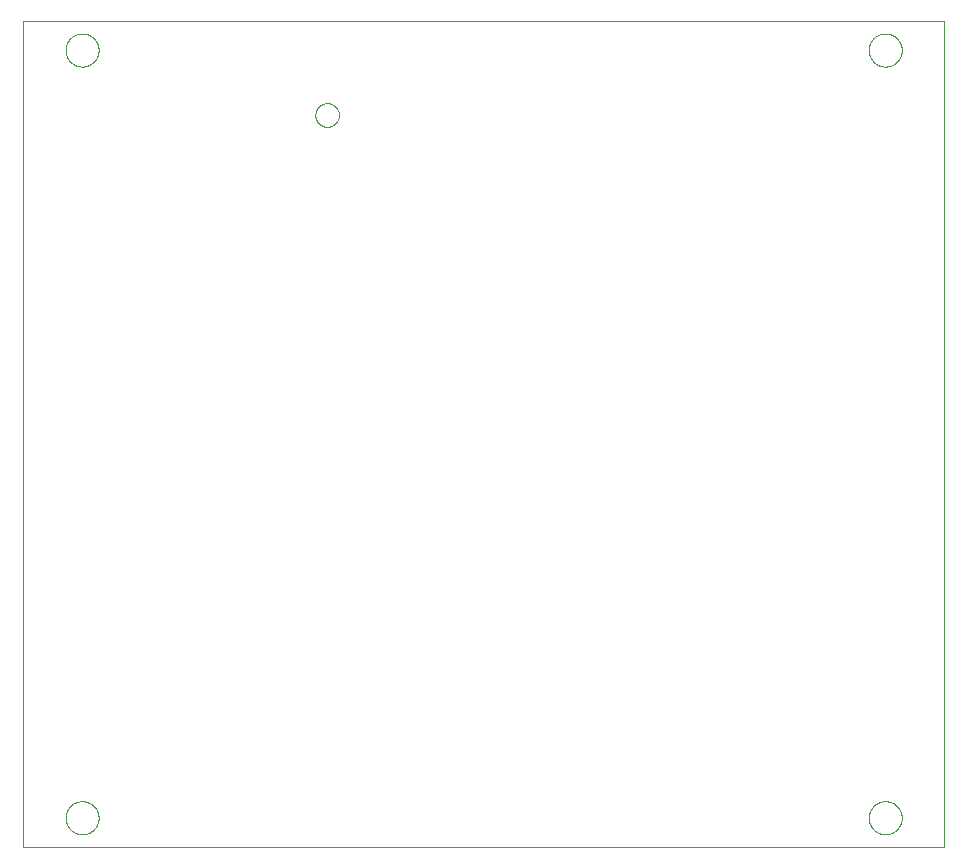
<source format=gko>
G75*
%MOIN*%
%OFA0B0*%
%FSLAX25Y25*%
%IPPOS*%
%LPD*%
%AMOC8*
5,1,8,0,0,1.08239X$1,22.5*
%
%ADD10C,0.00000*%
D10*
X0004000Y0022392D02*
X0004000Y0297982D01*
X0311087Y0297982D01*
X0311087Y0022392D01*
X0004000Y0022392D01*
X0018173Y0032234D02*
X0018175Y0032382D01*
X0018181Y0032530D01*
X0018191Y0032678D01*
X0018205Y0032825D01*
X0018223Y0032972D01*
X0018244Y0033118D01*
X0018270Y0033264D01*
X0018300Y0033409D01*
X0018333Y0033553D01*
X0018371Y0033696D01*
X0018412Y0033838D01*
X0018457Y0033979D01*
X0018505Y0034119D01*
X0018558Y0034258D01*
X0018614Y0034395D01*
X0018674Y0034530D01*
X0018737Y0034664D01*
X0018804Y0034796D01*
X0018875Y0034926D01*
X0018949Y0035054D01*
X0019026Y0035180D01*
X0019107Y0035304D01*
X0019191Y0035426D01*
X0019278Y0035545D01*
X0019369Y0035662D01*
X0019463Y0035777D01*
X0019559Y0035889D01*
X0019659Y0035999D01*
X0019761Y0036105D01*
X0019867Y0036209D01*
X0019975Y0036310D01*
X0020086Y0036408D01*
X0020199Y0036504D01*
X0020315Y0036596D01*
X0020433Y0036685D01*
X0020554Y0036770D01*
X0020677Y0036853D01*
X0020802Y0036932D01*
X0020929Y0037008D01*
X0021058Y0037080D01*
X0021189Y0037149D01*
X0021322Y0037214D01*
X0021457Y0037275D01*
X0021593Y0037333D01*
X0021730Y0037388D01*
X0021869Y0037438D01*
X0022010Y0037485D01*
X0022151Y0037528D01*
X0022294Y0037568D01*
X0022438Y0037603D01*
X0022582Y0037635D01*
X0022728Y0037662D01*
X0022874Y0037686D01*
X0023021Y0037706D01*
X0023168Y0037722D01*
X0023315Y0037734D01*
X0023463Y0037742D01*
X0023611Y0037746D01*
X0023759Y0037746D01*
X0023907Y0037742D01*
X0024055Y0037734D01*
X0024202Y0037722D01*
X0024349Y0037706D01*
X0024496Y0037686D01*
X0024642Y0037662D01*
X0024788Y0037635D01*
X0024932Y0037603D01*
X0025076Y0037568D01*
X0025219Y0037528D01*
X0025360Y0037485D01*
X0025501Y0037438D01*
X0025640Y0037388D01*
X0025777Y0037333D01*
X0025913Y0037275D01*
X0026048Y0037214D01*
X0026181Y0037149D01*
X0026312Y0037080D01*
X0026441Y0037008D01*
X0026568Y0036932D01*
X0026693Y0036853D01*
X0026816Y0036770D01*
X0026937Y0036685D01*
X0027055Y0036596D01*
X0027171Y0036504D01*
X0027284Y0036408D01*
X0027395Y0036310D01*
X0027503Y0036209D01*
X0027609Y0036105D01*
X0027711Y0035999D01*
X0027811Y0035889D01*
X0027907Y0035777D01*
X0028001Y0035662D01*
X0028092Y0035545D01*
X0028179Y0035426D01*
X0028263Y0035304D01*
X0028344Y0035180D01*
X0028421Y0035054D01*
X0028495Y0034926D01*
X0028566Y0034796D01*
X0028633Y0034664D01*
X0028696Y0034530D01*
X0028756Y0034395D01*
X0028812Y0034258D01*
X0028865Y0034119D01*
X0028913Y0033979D01*
X0028958Y0033838D01*
X0028999Y0033696D01*
X0029037Y0033553D01*
X0029070Y0033409D01*
X0029100Y0033264D01*
X0029126Y0033118D01*
X0029147Y0032972D01*
X0029165Y0032825D01*
X0029179Y0032678D01*
X0029189Y0032530D01*
X0029195Y0032382D01*
X0029197Y0032234D01*
X0029195Y0032086D01*
X0029189Y0031938D01*
X0029179Y0031790D01*
X0029165Y0031643D01*
X0029147Y0031496D01*
X0029126Y0031350D01*
X0029100Y0031204D01*
X0029070Y0031059D01*
X0029037Y0030915D01*
X0028999Y0030772D01*
X0028958Y0030630D01*
X0028913Y0030489D01*
X0028865Y0030349D01*
X0028812Y0030210D01*
X0028756Y0030073D01*
X0028696Y0029938D01*
X0028633Y0029804D01*
X0028566Y0029672D01*
X0028495Y0029542D01*
X0028421Y0029414D01*
X0028344Y0029288D01*
X0028263Y0029164D01*
X0028179Y0029042D01*
X0028092Y0028923D01*
X0028001Y0028806D01*
X0027907Y0028691D01*
X0027811Y0028579D01*
X0027711Y0028469D01*
X0027609Y0028363D01*
X0027503Y0028259D01*
X0027395Y0028158D01*
X0027284Y0028060D01*
X0027171Y0027964D01*
X0027055Y0027872D01*
X0026937Y0027783D01*
X0026816Y0027698D01*
X0026693Y0027615D01*
X0026568Y0027536D01*
X0026441Y0027460D01*
X0026312Y0027388D01*
X0026181Y0027319D01*
X0026048Y0027254D01*
X0025913Y0027193D01*
X0025777Y0027135D01*
X0025640Y0027080D01*
X0025501Y0027030D01*
X0025360Y0026983D01*
X0025219Y0026940D01*
X0025076Y0026900D01*
X0024932Y0026865D01*
X0024788Y0026833D01*
X0024642Y0026806D01*
X0024496Y0026782D01*
X0024349Y0026762D01*
X0024202Y0026746D01*
X0024055Y0026734D01*
X0023907Y0026726D01*
X0023759Y0026722D01*
X0023611Y0026722D01*
X0023463Y0026726D01*
X0023315Y0026734D01*
X0023168Y0026746D01*
X0023021Y0026762D01*
X0022874Y0026782D01*
X0022728Y0026806D01*
X0022582Y0026833D01*
X0022438Y0026865D01*
X0022294Y0026900D01*
X0022151Y0026940D01*
X0022010Y0026983D01*
X0021869Y0027030D01*
X0021730Y0027080D01*
X0021593Y0027135D01*
X0021457Y0027193D01*
X0021322Y0027254D01*
X0021189Y0027319D01*
X0021058Y0027388D01*
X0020929Y0027460D01*
X0020802Y0027536D01*
X0020677Y0027615D01*
X0020554Y0027698D01*
X0020433Y0027783D01*
X0020315Y0027872D01*
X0020199Y0027964D01*
X0020086Y0028060D01*
X0019975Y0028158D01*
X0019867Y0028259D01*
X0019761Y0028363D01*
X0019659Y0028469D01*
X0019559Y0028579D01*
X0019463Y0028691D01*
X0019369Y0028806D01*
X0019278Y0028923D01*
X0019191Y0029042D01*
X0019107Y0029164D01*
X0019026Y0029288D01*
X0018949Y0029414D01*
X0018875Y0029542D01*
X0018804Y0029672D01*
X0018737Y0029804D01*
X0018674Y0029938D01*
X0018614Y0030073D01*
X0018558Y0030210D01*
X0018505Y0030349D01*
X0018457Y0030489D01*
X0018412Y0030630D01*
X0018371Y0030772D01*
X0018333Y0030915D01*
X0018300Y0031059D01*
X0018270Y0031204D01*
X0018244Y0031350D01*
X0018223Y0031496D01*
X0018205Y0031643D01*
X0018191Y0031790D01*
X0018181Y0031938D01*
X0018175Y0032086D01*
X0018173Y0032234D01*
X0101441Y0266486D02*
X0101443Y0266611D01*
X0101449Y0266736D01*
X0101459Y0266860D01*
X0101473Y0266984D01*
X0101490Y0267108D01*
X0101512Y0267231D01*
X0101538Y0267353D01*
X0101567Y0267475D01*
X0101600Y0267595D01*
X0101638Y0267714D01*
X0101678Y0267833D01*
X0101723Y0267949D01*
X0101771Y0268064D01*
X0101823Y0268178D01*
X0101879Y0268290D01*
X0101938Y0268400D01*
X0102000Y0268508D01*
X0102066Y0268615D01*
X0102135Y0268719D01*
X0102208Y0268820D01*
X0102283Y0268920D01*
X0102362Y0269017D01*
X0102444Y0269111D01*
X0102529Y0269203D01*
X0102616Y0269292D01*
X0102707Y0269378D01*
X0102800Y0269461D01*
X0102896Y0269542D01*
X0102994Y0269619D01*
X0103094Y0269693D01*
X0103197Y0269764D01*
X0103302Y0269831D01*
X0103410Y0269896D01*
X0103519Y0269956D01*
X0103630Y0270014D01*
X0103743Y0270067D01*
X0103857Y0270117D01*
X0103973Y0270164D01*
X0104090Y0270206D01*
X0104209Y0270245D01*
X0104329Y0270281D01*
X0104450Y0270312D01*
X0104572Y0270340D01*
X0104694Y0270363D01*
X0104818Y0270383D01*
X0104942Y0270399D01*
X0105066Y0270411D01*
X0105191Y0270419D01*
X0105316Y0270423D01*
X0105440Y0270423D01*
X0105565Y0270419D01*
X0105690Y0270411D01*
X0105814Y0270399D01*
X0105938Y0270383D01*
X0106062Y0270363D01*
X0106184Y0270340D01*
X0106306Y0270312D01*
X0106427Y0270281D01*
X0106547Y0270245D01*
X0106666Y0270206D01*
X0106783Y0270164D01*
X0106899Y0270117D01*
X0107013Y0270067D01*
X0107126Y0270014D01*
X0107237Y0269956D01*
X0107347Y0269896D01*
X0107454Y0269831D01*
X0107559Y0269764D01*
X0107662Y0269693D01*
X0107762Y0269619D01*
X0107860Y0269542D01*
X0107956Y0269461D01*
X0108049Y0269378D01*
X0108140Y0269292D01*
X0108227Y0269203D01*
X0108312Y0269111D01*
X0108394Y0269017D01*
X0108473Y0268920D01*
X0108548Y0268820D01*
X0108621Y0268719D01*
X0108690Y0268615D01*
X0108756Y0268508D01*
X0108818Y0268400D01*
X0108877Y0268290D01*
X0108933Y0268178D01*
X0108985Y0268064D01*
X0109033Y0267949D01*
X0109078Y0267833D01*
X0109118Y0267714D01*
X0109156Y0267595D01*
X0109189Y0267475D01*
X0109218Y0267353D01*
X0109244Y0267231D01*
X0109266Y0267108D01*
X0109283Y0266984D01*
X0109297Y0266860D01*
X0109307Y0266736D01*
X0109313Y0266611D01*
X0109315Y0266486D01*
X0109313Y0266361D01*
X0109307Y0266236D01*
X0109297Y0266112D01*
X0109283Y0265988D01*
X0109266Y0265864D01*
X0109244Y0265741D01*
X0109218Y0265619D01*
X0109189Y0265497D01*
X0109156Y0265377D01*
X0109118Y0265258D01*
X0109078Y0265139D01*
X0109033Y0265023D01*
X0108985Y0264908D01*
X0108933Y0264794D01*
X0108877Y0264682D01*
X0108818Y0264572D01*
X0108756Y0264464D01*
X0108690Y0264357D01*
X0108621Y0264253D01*
X0108548Y0264152D01*
X0108473Y0264052D01*
X0108394Y0263955D01*
X0108312Y0263861D01*
X0108227Y0263769D01*
X0108140Y0263680D01*
X0108049Y0263594D01*
X0107956Y0263511D01*
X0107860Y0263430D01*
X0107762Y0263353D01*
X0107662Y0263279D01*
X0107559Y0263208D01*
X0107454Y0263141D01*
X0107346Y0263076D01*
X0107237Y0263016D01*
X0107126Y0262958D01*
X0107013Y0262905D01*
X0106899Y0262855D01*
X0106783Y0262808D01*
X0106666Y0262766D01*
X0106547Y0262727D01*
X0106427Y0262691D01*
X0106306Y0262660D01*
X0106184Y0262632D01*
X0106062Y0262609D01*
X0105938Y0262589D01*
X0105814Y0262573D01*
X0105690Y0262561D01*
X0105565Y0262553D01*
X0105440Y0262549D01*
X0105316Y0262549D01*
X0105191Y0262553D01*
X0105066Y0262561D01*
X0104942Y0262573D01*
X0104818Y0262589D01*
X0104694Y0262609D01*
X0104572Y0262632D01*
X0104450Y0262660D01*
X0104329Y0262691D01*
X0104209Y0262727D01*
X0104090Y0262766D01*
X0103973Y0262808D01*
X0103857Y0262855D01*
X0103743Y0262905D01*
X0103630Y0262958D01*
X0103519Y0263016D01*
X0103409Y0263076D01*
X0103302Y0263141D01*
X0103197Y0263208D01*
X0103094Y0263279D01*
X0102994Y0263353D01*
X0102896Y0263430D01*
X0102800Y0263511D01*
X0102707Y0263594D01*
X0102616Y0263680D01*
X0102529Y0263769D01*
X0102444Y0263861D01*
X0102362Y0263955D01*
X0102283Y0264052D01*
X0102208Y0264152D01*
X0102135Y0264253D01*
X0102066Y0264357D01*
X0102000Y0264464D01*
X0101938Y0264572D01*
X0101879Y0264682D01*
X0101823Y0264794D01*
X0101771Y0264908D01*
X0101723Y0265023D01*
X0101678Y0265139D01*
X0101638Y0265258D01*
X0101600Y0265377D01*
X0101567Y0265497D01*
X0101538Y0265619D01*
X0101512Y0265741D01*
X0101490Y0265864D01*
X0101473Y0265988D01*
X0101459Y0266112D01*
X0101449Y0266236D01*
X0101443Y0266361D01*
X0101441Y0266486D01*
X0018173Y0288140D02*
X0018175Y0288288D01*
X0018181Y0288436D01*
X0018191Y0288584D01*
X0018205Y0288731D01*
X0018223Y0288878D01*
X0018244Y0289024D01*
X0018270Y0289170D01*
X0018300Y0289315D01*
X0018333Y0289459D01*
X0018371Y0289602D01*
X0018412Y0289744D01*
X0018457Y0289885D01*
X0018505Y0290025D01*
X0018558Y0290164D01*
X0018614Y0290301D01*
X0018674Y0290436D01*
X0018737Y0290570D01*
X0018804Y0290702D01*
X0018875Y0290832D01*
X0018949Y0290960D01*
X0019026Y0291086D01*
X0019107Y0291210D01*
X0019191Y0291332D01*
X0019278Y0291451D01*
X0019369Y0291568D01*
X0019463Y0291683D01*
X0019559Y0291795D01*
X0019659Y0291905D01*
X0019761Y0292011D01*
X0019867Y0292115D01*
X0019975Y0292216D01*
X0020086Y0292314D01*
X0020199Y0292410D01*
X0020315Y0292502D01*
X0020433Y0292591D01*
X0020554Y0292676D01*
X0020677Y0292759D01*
X0020802Y0292838D01*
X0020929Y0292914D01*
X0021058Y0292986D01*
X0021189Y0293055D01*
X0021322Y0293120D01*
X0021457Y0293181D01*
X0021593Y0293239D01*
X0021730Y0293294D01*
X0021869Y0293344D01*
X0022010Y0293391D01*
X0022151Y0293434D01*
X0022294Y0293474D01*
X0022438Y0293509D01*
X0022582Y0293541D01*
X0022728Y0293568D01*
X0022874Y0293592D01*
X0023021Y0293612D01*
X0023168Y0293628D01*
X0023315Y0293640D01*
X0023463Y0293648D01*
X0023611Y0293652D01*
X0023759Y0293652D01*
X0023907Y0293648D01*
X0024055Y0293640D01*
X0024202Y0293628D01*
X0024349Y0293612D01*
X0024496Y0293592D01*
X0024642Y0293568D01*
X0024788Y0293541D01*
X0024932Y0293509D01*
X0025076Y0293474D01*
X0025219Y0293434D01*
X0025360Y0293391D01*
X0025501Y0293344D01*
X0025640Y0293294D01*
X0025777Y0293239D01*
X0025913Y0293181D01*
X0026048Y0293120D01*
X0026181Y0293055D01*
X0026312Y0292986D01*
X0026441Y0292914D01*
X0026568Y0292838D01*
X0026693Y0292759D01*
X0026816Y0292676D01*
X0026937Y0292591D01*
X0027055Y0292502D01*
X0027171Y0292410D01*
X0027284Y0292314D01*
X0027395Y0292216D01*
X0027503Y0292115D01*
X0027609Y0292011D01*
X0027711Y0291905D01*
X0027811Y0291795D01*
X0027907Y0291683D01*
X0028001Y0291568D01*
X0028092Y0291451D01*
X0028179Y0291332D01*
X0028263Y0291210D01*
X0028344Y0291086D01*
X0028421Y0290960D01*
X0028495Y0290832D01*
X0028566Y0290702D01*
X0028633Y0290570D01*
X0028696Y0290436D01*
X0028756Y0290301D01*
X0028812Y0290164D01*
X0028865Y0290025D01*
X0028913Y0289885D01*
X0028958Y0289744D01*
X0028999Y0289602D01*
X0029037Y0289459D01*
X0029070Y0289315D01*
X0029100Y0289170D01*
X0029126Y0289024D01*
X0029147Y0288878D01*
X0029165Y0288731D01*
X0029179Y0288584D01*
X0029189Y0288436D01*
X0029195Y0288288D01*
X0029197Y0288140D01*
X0029195Y0287992D01*
X0029189Y0287844D01*
X0029179Y0287696D01*
X0029165Y0287549D01*
X0029147Y0287402D01*
X0029126Y0287256D01*
X0029100Y0287110D01*
X0029070Y0286965D01*
X0029037Y0286821D01*
X0028999Y0286678D01*
X0028958Y0286536D01*
X0028913Y0286395D01*
X0028865Y0286255D01*
X0028812Y0286116D01*
X0028756Y0285979D01*
X0028696Y0285844D01*
X0028633Y0285710D01*
X0028566Y0285578D01*
X0028495Y0285448D01*
X0028421Y0285320D01*
X0028344Y0285194D01*
X0028263Y0285070D01*
X0028179Y0284948D01*
X0028092Y0284829D01*
X0028001Y0284712D01*
X0027907Y0284597D01*
X0027811Y0284485D01*
X0027711Y0284375D01*
X0027609Y0284269D01*
X0027503Y0284165D01*
X0027395Y0284064D01*
X0027284Y0283966D01*
X0027171Y0283870D01*
X0027055Y0283778D01*
X0026937Y0283689D01*
X0026816Y0283604D01*
X0026693Y0283521D01*
X0026568Y0283442D01*
X0026441Y0283366D01*
X0026312Y0283294D01*
X0026181Y0283225D01*
X0026048Y0283160D01*
X0025913Y0283099D01*
X0025777Y0283041D01*
X0025640Y0282986D01*
X0025501Y0282936D01*
X0025360Y0282889D01*
X0025219Y0282846D01*
X0025076Y0282806D01*
X0024932Y0282771D01*
X0024788Y0282739D01*
X0024642Y0282712D01*
X0024496Y0282688D01*
X0024349Y0282668D01*
X0024202Y0282652D01*
X0024055Y0282640D01*
X0023907Y0282632D01*
X0023759Y0282628D01*
X0023611Y0282628D01*
X0023463Y0282632D01*
X0023315Y0282640D01*
X0023168Y0282652D01*
X0023021Y0282668D01*
X0022874Y0282688D01*
X0022728Y0282712D01*
X0022582Y0282739D01*
X0022438Y0282771D01*
X0022294Y0282806D01*
X0022151Y0282846D01*
X0022010Y0282889D01*
X0021869Y0282936D01*
X0021730Y0282986D01*
X0021593Y0283041D01*
X0021457Y0283099D01*
X0021322Y0283160D01*
X0021189Y0283225D01*
X0021058Y0283294D01*
X0020929Y0283366D01*
X0020802Y0283442D01*
X0020677Y0283521D01*
X0020554Y0283604D01*
X0020433Y0283689D01*
X0020315Y0283778D01*
X0020199Y0283870D01*
X0020086Y0283966D01*
X0019975Y0284064D01*
X0019867Y0284165D01*
X0019761Y0284269D01*
X0019659Y0284375D01*
X0019559Y0284485D01*
X0019463Y0284597D01*
X0019369Y0284712D01*
X0019278Y0284829D01*
X0019191Y0284948D01*
X0019107Y0285070D01*
X0019026Y0285194D01*
X0018949Y0285320D01*
X0018875Y0285448D01*
X0018804Y0285578D01*
X0018737Y0285710D01*
X0018674Y0285844D01*
X0018614Y0285979D01*
X0018558Y0286116D01*
X0018505Y0286255D01*
X0018457Y0286395D01*
X0018412Y0286536D01*
X0018371Y0286678D01*
X0018333Y0286821D01*
X0018300Y0286965D01*
X0018270Y0287110D01*
X0018244Y0287256D01*
X0018223Y0287402D01*
X0018205Y0287549D01*
X0018191Y0287696D01*
X0018181Y0287844D01*
X0018175Y0287992D01*
X0018173Y0288140D01*
X0285890Y0288140D02*
X0285892Y0288288D01*
X0285898Y0288436D01*
X0285908Y0288584D01*
X0285922Y0288731D01*
X0285940Y0288878D01*
X0285961Y0289024D01*
X0285987Y0289170D01*
X0286017Y0289315D01*
X0286050Y0289459D01*
X0286088Y0289602D01*
X0286129Y0289744D01*
X0286174Y0289885D01*
X0286222Y0290025D01*
X0286275Y0290164D01*
X0286331Y0290301D01*
X0286391Y0290436D01*
X0286454Y0290570D01*
X0286521Y0290702D01*
X0286592Y0290832D01*
X0286666Y0290960D01*
X0286743Y0291086D01*
X0286824Y0291210D01*
X0286908Y0291332D01*
X0286995Y0291451D01*
X0287086Y0291568D01*
X0287180Y0291683D01*
X0287276Y0291795D01*
X0287376Y0291905D01*
X0287478Y0292011D01*
X0287584Y0292115D01*
X0287692Y0292216D01*
X0287803Y0292314D01*
X0287916Y0292410D01*
X0288032Y0292502D01*
X0288150Y0292591D01*
X0288271Y0292676D01*
X0288394Y0292759D01*
X0288519Y0292838D01*
X0288646Y0292914D01*
X0288775Y0292986D01*
X0288906Y0293055D01*
X0289039Y0293120D01*
X0289174Y0293181D01*
X0289310Y0293239D01*
X0289447Y0293294D01*
X0289586Y0293344D01*
X0289727Y0293391D01*
X0289868Y0293434D01*
X0290011Y0293474D01*
X0290155Y0293509D01*
X0290299Y0293541D01*
X0290445Y0293568D01*
X0290591Y0293592D01*
X0290738Y0293612D01*
X0290885Y0293628D01*
X0291032Y0293640D01*
X0291180Y0293648D01*
X0291328Y0293652D01*
X0291476Y0293652D01*
X0291624Y0293648D01*
X0291772Y0293640D01*
X0291919Y0293628D01*
X0292066Y0293612D01*
X0292213Y0293592D01*
X0292359Y0293568D01*
X0292505Y0293541D01*
X0292649Y0293509D01*
X0292793Y0293474D01*
X0292936Y0293434D01*
X0293077Y0293391D01*
X0293218Y0293344D01*
X0293357Y0293294D01*
X0293494Y0293239D01*
X0293630Y0293181D01*
X0293765Y0293120D01*
X0293898Y0293055D01*
X0294029Y0292986D01*
X0294158Y0292914D01*
X0294285Y0292838D01*
X0294410Y0292759D01*
X0294533Y0292676D01*
X0294654Y0292591D01*
X0294772Y0292502D01*
X0294888Y0292410D01*
X0295001Y0292314D01*
X0295112Y0292216D01*
X0295220Y0292115D01*
X0295326Y0292011D01*
X0295428Y0291905D01*
X0295528Y0291795D01*
X0295624Y0291683D01*
X0295718Y0291568D01*
X0295809Y0291451D01*
X0295896Y0291332D01*
X0295980Y0291210D01*
X0296061Y0291086D01*
X0296138Y0290960D01*
X0296212Y0290832D01*
X0296283Y0290702D01*
X0296350Y0290570D01*
X0296413Y0290436D01*
X0296473Y0290301D01*
X0296529Y0290164D01*
X0296582Y0290025D01*
X0296630Y0289885D01*
X0296675Y0289744D01*
X0296716Y0289602D01*
X0296754Y0289459D01*
X0296787Y0289315D01*
X0296817Y0289170D01*
X0296843Y0289024D01*
X0296864Y0288878D01*
X0296882Y0288731D01*
X0296896Y0288584D01*
X0296906Y0288436D01*
X0296912Y0288288D01*
X0296914Y0288140D01*
X0296912Y0287992D01*
X0296906Y0287844D01*
X0296896Y0287696D01*
X0296882Y0287549D01*
X0296864Y0287402D01*
X0296843Y0287256D01*
X0296817Y0287110D01*
X0296787Y0286965D01*
X0296754Y0286821D01*
X0296716Y0286678D01*
X0296675Y0286536D01*
X0296630Y0286395D01*
X0296582Y0286255D01*
X0296529Y0286116D01*
X0296473Y0285979D01*
X0296413Y0285844D01*
X0296350Y0285710D01*
X0296283Y0285578D01*
X0296212Y0285448D01*
X0296138Y0285320D01*
X0296061Y0285194D01*
X0295980Y0285070D01*
X0295896Y0284948D01*
X0295809Y0284829D01*
X0295718Y0284712D01*
X0295624Y0284597D01*
X0295528Y0284485D01*
X0295428Y0284375D01*
X0295326Y0284269D01*
X0295220Y0284165D01*
X0295112Y0284064D01*
X0295001Y0283966D01*
X0294888Y0283870D01*
X0294772Y0283778D01*
X0294654Y0283689D01*
X0294533Y0283604D01*
X0294410Y0283521D01*
X0294285Y0283442D01*
X0294158Y0283366D01*
X0294029Y0283294D01*
X0293898Y0283225D01*
X0293765Y0283160D01*
X0293630Y0283099D01*
X0293494Y0283041D01*
X0293357Y0282986D01*
X0293218Y0282936D01*
X0293077Y0282889D01*
X0292936Y0282846D01*
X0292793Y0282806D01*
X0292649Y0282771D01*
X0292505Y0282739D01*
X0292359Y0282712D01*
X0292213Y0282688D01*
X0292066Y0282668D01*
X0291919Y0282652D01*
X0291772Y0282640D01*
X0291624Y0282632D01*
X0291476Y0282628D01*
X0291328Y0282628D01*
X0291180Y0282632D01*
X0291032Y0282640D01*
X0290885Y0282652D01*
X0290738Y0282668D01*
X0290591Y0282688D01*
X0290445Y0282712D01*
X0290299Y0282739D01*
X0290155Y0282771D01*
X0290011Y0282806D01*
X0289868Y0282846D01*
X0289727Y0282889D01*
X0289586Y0282936D01*
X0289447Y0282986D01*
X0289310Y0283041D01*
X0289174Y0283099D01*
X0289039Y0283160D01*
X0288906Y0283225D01*
X0288775Y0283294D01*
X0288646Y0283366D01*
X0288519Y0283442D01*
X0288394Y0283521D01*
X0288271Y0283604D01*
X0288150Y0283689D01*
X0288032Y0283778D01*
X0287916Y0283870D01*
X0287803Y0283966D01*
X0287692Y0284064D01*
X0287584Y0284165D01*
X0287478Y0284269D01*
X0287376Y0284375D01*
X0287276Y0284485D01*
X0287180Y0284597D01*
X0287086Y0284712D01*
X0286995Y0284829D01*
X0286908Y0284948D01*
X0286824Y0285070D01*
X0286743Y0285194D01*
X0286666Y0285320D01*
X0286592Y0285448D01*
X0286521Y0285578D01*
X0286454Y0285710D01*
X0286391Y0285844D01*
X0286331Y0285979D01*
X0286275Y0286116D01*
X0286222Y0286255D01*
X0286174Y0286395D01*
X0286129Y0286536D01*
X0286088Y0286678D01*
X0286050Y0286821D01*
X0286017Y0286965D01*
X0285987Y0287110D01*
X0285961Y0287256D01*
X0285940Y0287402D01*
X0285922Y0287549D01*
X0285908Y0287696D01*
X0285898Y0287844D01*
X0285892Y0287992D01*
X0285890Y0288140D01*
X0285890Y0032234D02*
X0285892Y0032382D01*
X0285898Y0032530D01*
X0285908Y0032678D01*
X0285922Y0032825D01*
X0285940Y0032972D01*
X0285961Y0033118D01*
X0285987Y0033264D01*
X0286017Y0033409D01*
X0286050Y0033553D01*
X0286088Y0033696D01*
X0286129Y0033838D01*
X0286174Y0033979D01*
X0286222Y0034119D01*
X0286275Y0034258D01*
X0286331Y0034395D01*
X0286391Y0034530D01*
X0286454Y0034664D01*
X0286521Y0034796D01*
X0286592Y0034926D01*
X0286666Y0035054D01*
X0286743Y0035180D01*
X0286824Y0035304D01*
X0286908Y0035426D01*
X0286995Y0035545D01*
X0287086Y0035662D01*
X0287180Y0035777D01*
X0287276Y0035889D01*
X0287376Y0035999D01*
X0287478Y0036105D01*
X0287584Y0036209D01*
X0287692Y0036310D01*
X0287803Y0036408D01*
X0287916Y0036504D01*
X0288032Y0036596D01*
X0288150Y0036685D01*
X0288271Y0036770D01*
X0288394Y0036853D01*
X0288519Y0036932D01*
X0288646Y0037008D01*
X0288775Y0037080D01*
X0288906Y0037149D01*
X0289039Y0037214D01*
X0289174Y0037275D01*
X0289310Y0037333D01*
X0289447Y0037388D01*
X0289586Y0037438D01*
X0289727Y0037485D01*
X0289868Y0037528D01*
X0290011Y0037568D01*
X0290155Y0037603D01*
X0290299Y0037635D01*
X0290445Y0037662D01*
X0290591Y0037686D01*
X0290738Y0037706D01*
X0290885Y0037722D01*
X0291032Y0037734D01*
X0291180Y0037742D01*
X0291328Y0037746D01*
X0291476Y0037746D01*
X0291624Y0037742D01*
X0291772Y0037734D01*
X0291919Y0037722D01*
X0292066Y0037706D01*
X0292213Y0037686D01*
X0292359Y0037662D01*
X0292505Y0037635D01*
X0292649Y0037603D01*
X0292793Y0037568D01*
X0292936Y0037528D01*
X0293077Y0037485D01*
X0293218Y0037438D01*
X0293357Y0037388D01*
X0293494Y0037333D01*
X0293630Y0037275D01*
X0293765Y0037214D01*
X0293898Y0037149D01*
X0294029Y0037080D01*
X0294158Y0037008D01*
X0294285Y0036932D01*
X0294410Y0036853D01*
X0294533Y0036770D01*
X0294654Y0036685D01*
X0294772Y0036596D01*
X0294888Y0036504D01*
X0295001Y0036408D01*
X0295112Y0036310D01*
X0295220Y0036209D01*
X0295326Y0036105D01*
X0295428Y0035999D01*
X0295528Y0035889D01*
X0295624Y0035777D01*
X0295718Y0035662D01*
X0295809Y0035545D01*
X0295896Y0035426D01*
X0295980Y0035304D01*
X0296061Y0035180D01*
X0296138Y0035054D01*
X0296212Y0034926D01*
X0296283Y0034796D01*
X0296350Y0034664D01*
X0296413Y0034530D01*
X0296473Y0034395D01*
X0296529Y0034258D01*
X0296582Y0034119D01*
X0296630Y0033979D01*
X0296675Y0033838D01*
X0296716Y0033696D01*
X0296754Y0033553D01*
X0296787Y0033409D01*
X0296817Y0033264D01*
X0296843Y0033118D01*
X0296864Y0032972D01*
X0296882Y0032825D01*
X0296896Y0032678D01*
X0296906Y0032530D01*
X0296912Y0032382D01*
X0296914Y0032234D01*
X0296912Y0032086D01*
X0296906Y0031938D01*
X0296896Y0031790D01*
X0296882Y0031643D01*
X0296864Y0031496D01*
X0296843Y0031350D01*
X0296817Y0031204D01*
X0296787Y0031059D01*
X0296754Y0030915D01*
X0296716Y0030772D01*
X0296675Y0030630D01*
X0296630Y0030489D01*
X0296582Y0030349D01*
X0296529Y0030210D01*
X0296473Y0030073D01*
X0296413Y0029938D01*
X0296350Y0029804D01*
X0296283Y0029672D01*
X0296212Y0029542D01*
X0296138Y0029414D01*
X0296061Y0029288D01*
X0295980Y0029164D01*
X0295896Y0029042D01*
X0295809Y0028923D01*
X0295718Y0028806D01*
X0295624Y0028691D01*
X0295528Y0028579D01*
X0295428Y0028469D01*
X0295326Y0028363D01*
X0295220Y0028259D01*
X0295112Y0028158D01*
X0295001Y0028060D01*
X0294888Y0027964D01*
X0294772Y0027872D01*
X0294654Y0027783D01*
X0294533Y0027698D01*
X0294410Y0027615D01*
X0294285Y0027536D01*
X0294158Y0027460D01*
X0294029Y0027388D01*
X0293898Y0027319D01*
X0293765Y0027254D01*
X0293630Y0027193D01*
X0293494Y0027135D01*
X0293357Y0027080D01*
X0293218Y0027030D01*
X0293077Y0026983D01*
X0292936Y0026940D01*
X0292793Y0026900D01*
X0292649Y0026865D01*
X0292505Y0026833D01*
X0292359Y0026806D01*
X0292213Y0026782D01*
X0292066Y0026762D01*
X0291919Y0026746D01*
X0291772Y0026734D01*
X0291624Y0026726D01*
X0291476Y0026722D01*
X0291328Y0026722D01*
X0291180Y0026726D01*
X0291032Y0026734D01*
X0290885Y0026746D01*
X0290738Y0026762D01*
X0290591Y0026782D01*
X0290445Y0026806D01*
X0290299Y0026833D01*
X0290155Y0026865D01*
X0290011Y0026900D01*
X0289868Y0026940D01*
X0289727Y0026983D01*
X0289586Y0027030D01*
X0289447Y0027080D01*
X0289310Y0027135D01*
X0289174Y0027193D01*
X0289039Y0027254D01*
X0288906Y0027319D01*
X0288775Y0027388D01*
X0288646Y0027460D01*
X0288519Y0027536D01*
X0288394Y0027615D01*
X0288271Y0027698D01*
X0288150Y0027783D01*
X0288032Y0027872D01*
X0287916Y0027964D01*
X0287803Y0028060D01*
X0287692Y0028158D01*
X0287584Y0028259D01*
X0287478Y0028363D01*
X0287376Y0028469D01*
X0287276Y0028579D01*
X0287180Y0028691D01*
X0287086Y0028806D01*
X0286995Y0028923D01*
X0286908Y0029042D01*
X0286824Y0029164D01*
X0286743Y0029288D01*
X0286666Y0029414D01*
X0286592Y0029542D01*
X0286521Y0029672D01*
X0286454Y0029804D01*
X0286391Y0029938D01*
X0286331Y0030073D01*
X0286275Y0030210D01*
X0286222Y0030349D01*
X0286174Y0030489D01*
X0286129Y0030630D01*
X0286088Y0030772D01*
X0286050Y0030915D01*
X0286017Y0031059D01*
X0285987Y0031204D01*
X0285961Y0031350D01*
X0285940Y0031496D01*
X0285922Y0031643D01*
X0285908Y0031790D01*
X0285898Y0031938D01*
X0285892Y0032086D01*
X0285890Y0032234D01*
M02*

</source>
